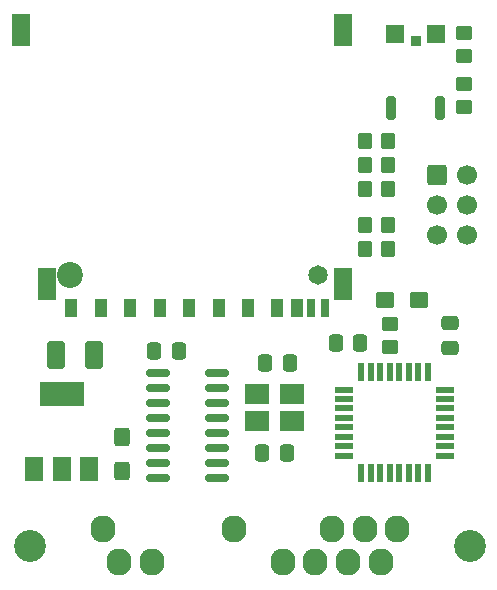
<source format=gbr>
%TF.GenerationSoftware,KiCad,Pcbnew,7.0.9*%
%TF.CreationDate,2023-12-07T13:52:13-06:00*%
%TF.ProjectId,smartportsd-smd,736d6172-7470-46f7-9274-73642d736d64,1.1*%
%TF.SameCoordinates,Original*%
%TF.FileFunction,Soldermask,Top*%
%TF.FilePolarity,Negative*%
%FSLAX46Y46*%
G04 Gerber Fmt 4.6, Leading zero omitted, Abs format (unit mm)*
G04 Created by KiCad (PCBNEW 7.0.9) date 2023-12-07 13:52:13*
%MOMM*%
%LPD*%
G01*
G04 APERTURE LIST*
G04 Aperture macros list*
%AMRoundRect*
0 Rectangle with rounded corners*
0 $1 Rounding radius*
0 $2 $3 $4 $5 $6 $7 $8 $9 X,Y pos of 4 corners*
0 Add a 4 corners polygon primitive as box body*
4,1,4,$2,$3,$4,$5,$6,$7,$8,$9,$2,$3,0*
0 Add four circle primitives for the rounded corners*
1,1,$1+$1,$2,$3*
1,1,$1+$1,$4,$5*
1,1,$1+$1,$6,$7*
1,1,$1+$1,$8,$9*
0 Add four rect primitives between the rounded corners*
20,1,$1+$1,$2,$3,$4,$5,0*
20,1,$1+$1,$4,$5,$6,$7,0*
20,1,$1+$1,$6,$7,$8,$9,0*
20,1,$1+$1,$8,$9,$2,$3,0*%
G04 Aperture macros list end*
%ADD10C,2.700000*%
%ADD11O,2.100000X2.300000*%
%ADD12R,1.600000X0.550000*%
%ADD13R,0.550000X1.600000*%
%ADD14RoundRect,0.250000X0.425000X-0.537500X0.425000X0.537500X-0.425000X0.537500X-0.425000X-0.537500X0*%
%ADD15RoundRect,0.250000X0.350000X0.450000X-0.350000X0.450000X-0.350000X-0.450000X0.350000X-0.450000X0*%
%ADD16RoundRect,0.250000X0.337500X0.475000X-0.337500X0.475000X-0.337500X-0.475000X0.337500X-0.475000X0*%
%ADD17RoundRect,0.250000X-0.450000X0.350000X-0.450000X-0.350000X0.450000X-0.350000X0.450000X0.350000X0*%
%ADD18RoundRect,0.200000X0.200000X0.800000X-0.200000X0.800000X-0.200000X-0.800000X0.200000X-0.800000X0*%
%ADD19R,2.100000X1.800000*%
%ADD20C,2.200000*%
%ADD21C,1.650000*%
%ADD22R,1.500000X2.800000*%
%ADD23R,0.700000X1.500000*%
%ADD24R,1.000000X1.500000*%
%ADD25RoundRect,0.250000X-0.537500X-0.425000X0.537500X-0.425000X0.537500X0.425000X-0.537500X0.425000X0*%
%ADD26C,1.700000*%
%ADD27RoundRect,0.250000X-0.600000X-0.600000X0.600000X-0.600000X0.600000X0.600000X-0.600000X0.600000X0*%
%ADD28R,0.900000X0.900000*%
%ADD29R,1.500000X1.500000*%
%ADD30RoundRect,0.250001X0.499999X0.924999X-0.499999X0.924999X-0.499999X-0.924999X0.499999X-0.924999X0*%
%ADD31RoundRect,0.250000X-0.475000X0.337500X-0.475000X-0.337500X0.475000X-0.337500X0.475000X0.337500X0*%
%ADD32RoundRect,0.250000X0.450000X-0.350000X0.450000X0.350000X-0.450000X0.350000X-0.450000X-0.350000X0*%
%ADD33R,1.500000X2.000000*%
%ADD34R,3.800000X2.000000*%
%ADD35RoundRect,0.150000X-0.825000X-0.150000X0.825000X-0.150000X0.825000X0.150000X-0.825000X0.150000X0*%
G04 APERTURE END LIST*
D10*
%TO.C,J1*%
X173368000Y-128270000D03*
X136178000Y-128270000D03*
D11*
X167238000Y-126850000D03*
X164468000Y-126850000D03*
X161698000Y-126850000D03*
X153388000Y-126850000D03*
X142308000Y-126850000D03*
X165853000Y-129690000D03*
X163083000Y-129690000D03*
X160313000Y-129690000D03*
X157543000Y-129690000D03*
X146463000Y-129690000D03*
X143693000Y-129690000D03*
%TD*%
D12*
%TO.C,U1*%
X162755000Y-115056000D03*
X162755000Y-115856000D03*
X162755000Y-116656000D03*
X162755000Y-117456000D03*
X162755000Y-118256000D03*
X162755000Y-119056000D03*
X162755000Y-119856000D03*
X162755000Y-120656000D03*
D13*
X164205000Y-122106000D03*
X165005000Y-122106000D03*
X165805000Y-122106000D03*
X166605000Y-122106000D03*
X167405000Y-122106000D03*
X168205000Y-122106000D03*
X169005000Y-122106000D03*
X169805000Y-122106000D03*
D12*
X171255000Y-120656000D03*
X171255000Y-119856000D03*
X171255000Y-119056000D03*
X171255000Y-118256000D03*
X171255000Y-117456000D03*
X171255000Y-116656000D03*
X171255000Y-115856000D03*
X171255000Y-115056000D03*
D13*
X169805000Y-113606000D03*
X169005000Y-113606000D03*
X168205000Y-113606000D03*
X167405000Y-113606000D03*
X166605000Y-113606000D03*
X165805000Y-113606000D03*
X165005000Y-113606000D03*
X164205000Y-113606000D03*
%TD*%
D14*
%TO.C,C7*%
X143891000Y-121960500D03*
X143891000Y-119085500D03*
%TD*%
D15*
%TO.C,R6*%
X166481000Y-101092000D03*
X164481000Y-101092000D03*
%TD*%
D16*
%TO.C,C6*%
X148738500Y-111760000D03*
X146663500Y-111760000D03*
%TD*%
D15*
%TO.C,R8*%
X166481000Y-93980000D03*
X164481000Y-93980000D03*
%TD*%
D16*
%TO.C,C2*%
X158136500Y-112776000D03*
X156061500Y-112776000D03*
%TD*%
D17*
%TO.C,R3*%
X172847000Y-84836000D03*
X172847000Y-86836000D03*
%TD*%
%TO.C,R1*%
X166624000Y-109490000D03*
X166624000Y-111490000D03*
%TD*%
D18*
%TO.C,SW1*%
X170883000Y-91186000D03*
X166683000Y-91186000D03*
%TD*%
D19*
%TO.C,Y1*%
X155395000Y-117736000D03*
X158295000Y-117736000D03*
X158295000Y-115436000D03*
X155395000Y-115436000D03*
%TD*%
D15*
%TO.C,R5*%
X166481000Y-98044000D03*
X164481000Y-98044000D03*
%TD*%
D20*
%TO.C,J3*%
X139506000Y-105346000D03*
D21*
X160506000Y-105346000D03*
D22*
X137556000Y-106146000D03*
X162656000Y-106146000D03*
X135356000Y-84646000D03*
X162656000Y-84646000D03*
D23*
X161161000Y-108146000D03*
X159961000Y-108146000D03*
D24*
X139631000Y-108146000D03*
X158761000Y-108146000D03*
X157061000Y-108146000D03*
X154631000Y-108146000D03*
X152131000Y-108146000D03*
X149631000Y-108146000D03*
X147131000Y-108146000D03*
X144631000Y-108146000D03*
X142131000Y-108146000D03*
%TD*%
D25*
%TO.C,C5*%
X166202500Y-107442000D03*
X169077500Y-107442000D03*
%TD*%
D26*
%TO.C,J2*%
X173101000Y-101981000D03*
X170561000Y-101981000D03*
X173101000Y-99441000D03*
X170561000Y-99441000D03*
X173101000Y-96901000D03*
D27*
X170561000Y-96901000D03*
%TD*%
D15*
%TO.C,R4*%
X166481000Y-96012000D03*
X164481000Y-96012000D03*
%TD*%
D28*
%TO.C,D1*%
X168783000Y-85513000D03*
D29*
X170533000Y-84963000D03*
X167033000Y-84963000D03*
%TD*%
D30*
%TO.C,C8*%
X141579000Y-112141000D03*
X138329000Y-112141000D03*
%TD*%
D31*
%TO.C,C1*%
X171704000Y-109452500D03*
X171704000Y-111527500D03*
%TD*%
D15*
%TO.C,R7*%
X166481000Y-103124000D03*
X164481000Y-103124000D03*
%TD*%
D32*
%TO.C,R2*%
X172847000Y-91154000D03*
X172847000Y-89154000D03*
%TD*%
D16*
%TO.C,C3*%
X157882500Y-120396000D03*
X155807500Y-120396000D03*
%TD*%
%TO.C,C4*%
X164105500Y-111125000D03*
X162030500Y-111125000D03*
%TD*%
D33*
%TO.C,U3*%
X136511000Y-121768000D03*
X138811000Y-121768000D03*
D34*
X138811000Y-115468000D03*
D33*
X141111000Y-121768000D03*
%TD*%
D35*
%TO.C,U2*%
X147004000Y-113665000D03*
X147004000Y-114935000D03*
X147004000Y-116205000D03*
X147004000Y-117475000D03*
X147004000Y-118745000D03*
X147004000Y-120015000D03*
X147004000Y-121285000D03*
X147004000Y-122555000D03*
X151954000Y-122555000D03*
X151954000Y-121285000D03*
X151954000Y-120015000D03*
X151954000Y-118745000D03*
X151954000Y-117475000D03*
X151954000Y-116205000D03*
X151954000Y-114935000D03*
X151954000Y-113665000D03*
%TD*%
M02*

</source>
